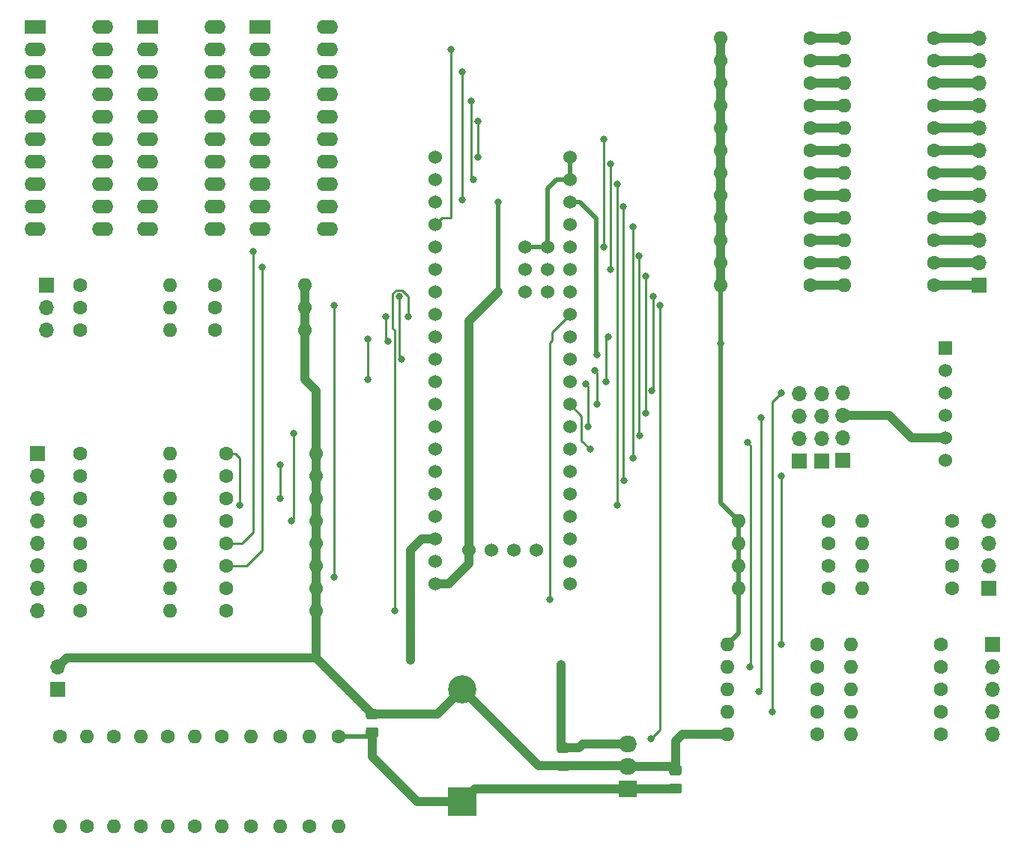
<source format=gbr>
%TF.GenerationSoftware,KiCad,Pcbnew,5.1.6-c6e7f7d~86~ubuntu16.04.1*%
%TF.CreationDate,2020-10-27T22:16:19+00:00*%
%TF.ProjectId,ppstrace1,70707374-7261-4636-9531-2e6b69636164,rev?*%
%TF.SameCoordinates,Original*%
%TF.FileFunction,Copper,L1,Top*%
%TF.FilePolarity,Positive*%
%FSLAX46Y46*%
G04 Gerber Fmt 4.6, Leading zero omitted, Abs format (unit mm)*
G04 Created by KiCad (PCBNEW 5.1.6-c6e7f7d~86~ubuntu16.04.1) date 2020-10-27 22:16:19*
%MOMM*%
%LPD*%
G01*
G04 APERTURE LIST*
%TA.AperFunction,ComponentPad*%
%ADD10O,2.400000X1.600000*%
%TD*%
%TA.AperFunction,ComponentPad*%
%ADD11R,2.400000X1.600000*%
%TD*%
%TA.AperFunction,ComponentPad*%
%ADD12O,1.600000X1.600000*%
%TD*%
%TA.AperFunction,ComponentPad*%
%ADD13C,1.600000*%
%TD*%
%TA.AperFunction,ComponentPad*%
%ADD14C,1.524000*%
%TD*%
%TA.AperFunction,ComponentPad*%
%ADD15O,2.000000X1.905000*%
%TD*%
%TA.AperFunction,ComponentPad*%
%ADD16R,2.000000X1.905000*%
%TD*%
%TA.AperFunction,ComponentPad*%
%ADD17O,1.700000X1.700000*%
%TD*%
%TA.AperFunction,ComponentPad*%
%ADD18R,1.700000X1.700000*%
%TD*%
%TA.AperFunction,ComponentPad*%
%ADD19O,3.200000X3.200000*%
%TD*%
%TA.AperFunction,ComponentPad*%
%ADD20R,3.200000X3.200000*%
%TD*%
%TA.AperFunction,ComponentPad*%
%ADD21R,1.524000X1.524000*%
%TD*%
%TA.AperFunction,ViaPad*%
%ADD22C,0.800000*%
%TD*%
%TA.AperFunction,Conductor*%
%ADD23C,1.000000*%
%TD*%
%TA.AperFunction,Conductor*%
%ADD24C,0.500000*%
%TD*%
%TA.AperFunction,Conductor*%
%ADD25C,0.250000*%
%TD*%
G04 APERTURE END LIST*
D10*
%TO.P,REF\u002A\u002A,20*%
%TO.N,N/C*%
X134620000Y-60960000D03*
%TO.P,REF\u002A\u002A,10*%
X127000000Y-83820000D03*
%TO.P,REF\u002A\u002A,19*%
X134620000Y-63500000D03*
%TO.P,REF\u002A\u002A,9*%
X127000000Y-81280000D03*
%TO.P,REF\u002A\u002A,18*%
X134620000Y-66040000D03*
%TO.P,REF\u002A\u002A,8*%
X127000000Y-78740000D03*
%TO.P,REF\u002A\u002A,17*%
X134620000Y-68580000D03*
%TO.P,REF\u002A\u002A,7*%
X127000000Y-76200000D03*
%TO.P,REF\u002A\u002A,16*%
X134620000Y-71120000D03*
%TO.P,REF\u002A\u002A,6*%
X127000000Y-73660000D03*
%TO.P,REF\u002A\u002A,15*%
X134620000Y-73660000D03*
%TO.P,REF\u002A\u002A,5*%
X127000000Y-71120000D03*
%TO.P,REF\u002A\u002A,14*%
X134620000Y-76200000D03*
%TO.P,REF\u002A\u002A,4*%
X127000000Y-68580000D03*
%TO.P,REF\u002A\u002A,13*%
X134620000Y-78740000D03*
%TO.P,REF\u002A\u002A,3*%
X127000000Y-66040000D03*
%TO.P,REF\u002A\u002A,12*%
X134620000Y-81280000D03*
%TO.P,REF\u002A\u002A,2*%
X127000000Y-63500000D03*
%TO.P,REF\u002A\u002A,11*%
X134620000Y-83820000D03*
D11*
%TO.P,REF\u002A\u002A,1*%
X127000000Y-60960000D03*
%TD*%
D10*
%TO.P,REF\u002A\u002A,20*%
%TO.N,N/C*%
X121920000Y-60960000D03*
%TO.P,REF\u002A\u002A,10*%
X114300000Y-83820000D03*
%TO.P,REF\u002A\u002A,19*%
X121920000Y-63500000D03*
%TO.P,REF\u002A\u002A,9*%
X114300000Y-81280000D03*
%TO.P,REF\u002A\u002A,18*%
X121920000Y-66040000D03*
%TO.P,REF\u002A\u002A,8*%
X114300000Y-78740000D03*
%TO.P,REF\u002A\u002A,17*%
X121920000Y-68580000D03*
%TO.P,REF\u002A\u002A,7*%
X114300000Y-76200000D03*
%TO.P,REF\u002A\u002A,16*%
X121920000Y-71120000D03*
%TO.P,REF\u002A\u002A,6*%
X114300000Y-73660000D03*
%TO.P,REF\u002A\u002A,15*%
X121920000Y-73660000D03*
%TO.P,REF\u002A\u002A,5*%
X114300000Y-71120000D03*
%TO.P,REF\u002A\u002A,14*%
X121920000Y-76200000D03*
%TO.P,REF\u002A\u002A,4*%
X114300000Y-68580000D03*
%TO.P,REF\u002A\u002A,13*%
X121920000Y-78740000D03*
%TO.P,REF\u002A\u002A,3*%
X114300000Y-66040000D03*
%TO.P,REF\u002A\u002A,12*%
X121920000Y-81280000D03*
%TO.P,REF\u002A\u002A,2*%
X114300000Y-63500000D03*
%TO.P,REF\u002A\u002A,11*%
X121920000Y-83820000D03*
D11*
%TO.P,REF\u002A\u002A,1*%
X114300000Y-60960000D03*
%TD*%
D10*
%TO.P,REF\u002A\u002A,20*%
%TO.N,N/C*%
X109220000Y-60960000D03*
%TO.P,REF\u002A\u002A,10*%
X101600000Y-83820000D03*
%TO.P,REF\u002A\u002A,19*%
X109220000Y-63500000D03*
%TO.P,REF\u002A\u002A,9*%
X101600000Y-81280000D03*
%TO.P,REF\u002A\u002A,18*%
X109220000Y-66040000D03*
%TO.P,REF\u002A\u002A,8*%
X101600000Y-78740000D03*
%TO.P,REF\u002A\u002A,17*%
X109220000Y-68580000D03*
%TO.P,REF\u002A\u002A,7*%
X101600000Y-76200000D03*
%TO.P,REF\u002A\u002A,16*%
X109220000Y-71120000D03*
%TO.P,REF\u002A\u002A,6*%
X101600000Y-73660000D03*
%TO.P,REF\u002A\u002A,15*%
X109220000Y-73660000D03*
%TO.P,REF\u002A\u002A,5*%
X101600000Y-71120000D03*
%TO.P,REF\u002A\u002A,14*%
X109220000Y-76200000D03*
%TO.P,REF\u002A\u002A,4*%
X101600000Y-68580000D03*
%TO.P,REF\u002A\u002A,13*%
X109220000Y-78740000D03*
%TO.P,REF\u002A\u002A,3*%
X101600000Y-66040000D03*
%TO.P,REF\u002A\u002A,12*%
X109220000Y-81280000D03*
%TO.P,REF\u002A\u002A,2*%
X101600000Y-63500000D03*
%TO.P,REF\u002A\u002A,11*%
X109220000Y-83820000D03*
D11*
%TO.P,REF\u002A\u002A,1*%
X101600000Y-60960000D03*
%TD*%
D12*
%TO.P,R75,2*%
%TO.N,GND*%
X132080000Y-90170000D03*
D13*
%TO.P,R75,1*%
%TO.N,ICLKA*%
X121920000Y-90170000D03*
%TD*%
D12*
%TO.P,R74,2*%
%TO.N,ICLKA*%
X116840000Y-90170000D03*
D13*
%TO.P,R74,1*%
%TO.N,CLKA*%
X106680000Y-90170000D03*
%TD*%
D12*
%TO.P,R73,2*%
%TO.N,GND*%
X179832000Y-140970000D03*
D13*
%TO.P,R73,1*%
%TO.N,IX5*%
X189992000Y-140970000D03*
%TD*%
D12*
%TO.P,R72,2*%
%TO.N,IX5*%
X193802000Y-140970000D03*
D13*
%TO.P,R72,1*%
%TO.N,X5*%
X203962000Y-140970000D03*
%TD*%
D12*
%TO.P,R71,2*%
%TO.N,GND*%
X132080000Y-92710000D03*
D13*
%TO.P,R71,1*%
%TO.N,ICLKB*%
X121920000Y-92710000D03*
%TD*%
D12*
%TO.P,R70,2*%
%TO.N,ICLKB*%
X116840000Y-92710000D03*
D13*
%TO.P,R70,1*%
%TO.N,CLKB*%
X106680000Y-92710000D03*
%TD*%
D12*
%TO.P,R69,2*%
%TO.N,GND*%
X179832000Y-138430000D03*
D13*
%TO.P,R69,1*%
%TO.N,IX4*%
X189992000Y-138430000D03*
%TD*%
D12*
%TO.P,R68,2*%
%TO.N,IX4*%
X193802000Y-138430000D03*
D13*
%TO.P,R68,1*%
%TO.N,X4*%
X203962000Y-138430000D03*
%TD*%
D12*
%TO.P,R67,2*%
%TO.N,GND*%
X179832000Y-135890000D03*
D13*
%TO.P,R67,1*%
%TO.N,IX3*%
X189992000Y-135890000D03*
%TD*%
D12*
%TO.P,R66,2*%
%TO.N,IX3*%
X193802000Y-135890000D03*
D13*
%TO.P,R66,1*%
%TO.N,X3*%
X203962000Y-135890000D03*
%TD*%
D12*
%TO.P,R65,2*%
%TO.N,GND*%
X179832000Y-133350000D03*
D13*
%TO.P,R65,1*%
%TO.N,IX2*%
X189992000Y-133350000D03*
%TD*%
D12*
%TO.P,R64,2*%
%TO.N,IX2*%
X193802000Y-133350000D03*
D13*
%TO.P,R64,1*%
%TO.N,X2*%
X203962000Y-133350000D03*
%TD*%
D12*
%TO.P,R63,2*%
%TO.N,GND*%
X132080000Y-95250000D03*
D13*
%TO.P,R63,1*%
%TO.N,IWIO*%
X121920000Y-95250000D03*
%TD*%
D12*
%TO.P,R62,2*%
%TO.N,IWIO*%
X116840000Y-95250000D03*
D13*
%TO.P,R62,1*%
%TO.N,WIO*%
X106680000Y-95250000D03*
%TD*%
D12*
%TO.P,R61,2*%
%TO.N,GND*%
X179832000Y-130810000D03*
D13*
%TO.P,R61,1*%
%TO.N,IX1*%
X189992000Y-130810000D03*
%TD*%
D12*
%TO.P,R60,2*%
%TO.N,IX1*%
X193802000Y-130810000D03*
D13*
%TO.P,R60,1*%
%TO.N,X1*%
X203962000Y-130810000D03*
%TD*%
D12*
%TO.P,R59,2*%
%TO.N,GND*%
X181102000Y-116840000D03*
D13*
%TO.P,R59,1*%
%TO.N,IDO4*%
X191262000Y-116840000D03*
%TD*%
D12*
%TO.P,R58,2*%
%TO.N,IDO4*%
X195072000Y-116840000D03*
D13*
%TO.P,R58,1*%
%TO.N,DO4*%
X205232000Y-116840000D03*
%TD*%
D12*
%TO.P,R57,2*%
%TO.N,GND*%
X181102000Y-119380000D03*
D13*
%TO.P,R57,1*%
%TO.N,IDO3*%
X191262000Y-119380000D03*
%TD*%
D12*
%TO.P,R56,2*%
%TO.N,IDO3*%
X195072000Y-119380000D03*
D13*
%TO.P,R56,1*%
%TO.N,DO3*%
X205232000Y-119380000D03*
%TD*%
D12*
%TO.P,R55,2*%
%TO.N,GND*%
X181102000Y-121920000D03*
D13*
%TO.P,R55,1*%
%TO.N,IDO2*%
X191262000Y-121920000D03*
%TD*%
D12*
%TO.P,R54,2*%
%TO.N,IDO2*%
X195072000Y-121920000D03*
D13*
%TO.P,R54,1*%
%TO.N,DO2*%
X205232000Y-121920000D03*
%TD*%
D12*
%TO.P,R53,2*%
%TO.N,GND*%
X181102000Y-124460000D03*
D13*
%TO.P,R53,1*%
%TO.N,IDO1*%
X191262000Y-124460000D03*
%TD*%
D12*
%TO.P,R52,2*%
%TO.N,IDO1*%
X195072000Y-124460000D03*
D13*
%TO.P,R52,1*%
%TO.N,DO1*%
X205232000Y-124460000D03*
%TD*%
D12*
%TO.P,R51,2*%
%TO.N,GND*%
X133350000Y-127000000D03*
D13*
%TO.P,R51,1*%
%TO.N,ID8*%
X123190000Y-127000000D03*
%TD*%
D12*
%TO.P,R50,2*%
%TO.N,ID8*%
X116840000Y-127000000D03*
D13*
%TO.P,R50,1*%
%TO.N,D8*%
X106680000Y-127000000D03*
%TD*%
D12*
%TO.P,R49,2*%
%TO.N,GND*%
X133350000Y-119380000D03*
D13*
%TO.P,R49,1*%
%TO.N,ID5*%
X123190000Y-119380000D03*
%TD*%
D12*
%TO.P,R48,2*%
%TO.N,ID5*%
X116840000Y-119380000D03*
D13*
%TO.P,R48,1*%
%TO.N,D5*%
X106680000Y-119380000D03*
%TD*%
D12*
%TO.P,R47,2*%
%TO.N,GND*%
X133350000Y-116840000D03*
D13*
%TO.P,R47,1*%
%TO.N,ID4*%
X123190000Y-116840000D03*
%TD*%
D12*
%TO.P,R46,2*%
%TO.N,ID4*%
X116840000Y-116840000D03*
D13*
%TO.P,R46,1*%
%TO.N,D4*%
X106680000Y-116840000D03*
%TD*%
D12*
%TO.P,R45,2*%
%TO.N,GND*%
X133350000Y-124460000D03*
D13*
%TO.P,R45,1*%
%TO.N,ID7*%
X123190000Y-124460000D03*
%TD*%
D12*
%TO.P,R44,2*%
%TO.N,ID7*%
X116840000Y-124460000D03*
D13*
%TO.P,R44,1*%
%TO.N,D7*%
X106680000Y-124460000D03*
%TD*%
D12*
%TO.P,R43,2*%
%TO.N,GND*%
X133350000Y-121920000D03*
D13*
%TO.P,R43,1*%
%TO.N,ID6*%
X123190000Y-121920000D03*
%TD*%
D12*
%TO.P,R42,2*%
%TO.N,ID6*%
X116840000Y-121920000D03*
D13*
%TO.P,R42,1*%
%TO.N,D6*%
X106680000Y-121920000D03*
%TD*%
D12*
%TO.P,R41,2*%
%TO.N,GND*%
X133350000Y-114300000D03*
D13*
%TO.P,R41,1*%
%TO.N,ID3*%
X123190000Y-114300000D03*
%TD*%
D12*
%TO.P,R40,2*%
%TO.N,ID3*%
X116840000Y-114300000D03*
D13*
%TO.P,R40,1*%
%TO.N,D3*%
X106680000Y-114300000D03*
%TD*%
D12*
%TO.P,R39,2*%
%TO.N,GND*%
X133350000Y-109220000D03*
D13*
%TO.P,R39,1*%
%TO.N,ID1*%
X123190000Y-109220000D03*
%TD*%
D12*
%TO.P,R38,2*%
%TO.N,ID1*%
X116840000Y-109220000D03*
D13*
%TO.P,R38,1*%
%TO.N,D1*%
X106680000Y-109220000D03*
%TD*%
D12*
%TO.P,R37,2*%
%TO.N,GND*%
X179070000Y-62230000D03*
D13*
%TO.P,R37,1*%
%TO.N,IA12*%
X189230000Y-62230000D03*
%TD*%
D12*
%TO.P,R36,2*%
%TO.N,IA12*%
X193040000Y-62230000D03*
D13*
%TO.P,R36,1*%
%TO.N,A12*%
X203200000Y-62230000D03*
%TD*%
D12*
%TO.P,R35,2*%
%TO.N,GND*%
X179070000Y-64770000D03*
D13*
%TO.P,R35,1*%
%TO.N,IA11*%
X189230000Y-64770000D03*
%TD*%
D12*
%TO.P,R34,2*%
%TO.N,IA11*%
X193040000Y-64770000D03*
D13*
%TO.P,R34,1*%
%TO.N,A11*%
X203200000Y-64770000D03*
%TD*%
D12*
%TO.P,R33,2*%
%TO.N,GND*%
X133350000Y-111760000D03*
D13*
%TO.P,R33,1*%
%TO.N,ID2*%
X123190000Y-111760000D03*
%TD*%
D12*
%TO.P,R32,2*%
%TO.N,ID2*%
X116840000Y-111760000D03*
D13*
%TO.P,R32,1*%
%TO.N,D2*%
X106680000Y-111760000D03*
%TD*%
D12*
%TO.P,R31,2*%
%TO.N,GND*%
X179070000Y-67310000D03*
D13*
%TO.P,R31,1*%
%TO.N,IA10*%
X189230000Y-67310000D03*
%TD*%
D12*
%TO.P,R30,2*%
%TO.N,IA10*%
X193040000Y-67310000D03*
D13*
%TO.P,R30,1*%
%TO.N,A10*%
X203200000Y-67310000D03*
%TD*%
D12*
%TO.P,R29,2*%
%TO.N,GND*%
X179070000Y-69850000D03*
D13*
%TO.P,R29,1*%
%TO.N,IA9*%
X189230000Y-69850000D03*
%TD*%
D12*
%TO.P,R28,2*%
%TO.N,IA9*%
X193040000Y-69850000D03*
D13*
%TO.P,R28,1*%
%TO.N,A9*%
X203200000Y-69850000D03*
%TD*%
D12*
%TO.P,R27,2*%
%TO.N,GND*%
X179070000Y-72390000D03*
D13*
%TO.P,R27,1*%
%TO.N,IA8*%
X189230000Y-72390000D03*
%TD*%
D12*
%TO.P,R26,2*%
%TO.N,IA8*%
X193040000Y-72390000D03*
D13*
%TO.P,R26,1*%
%TO.N,A8*%
X203200000Y-72390000D03*
%TD*%
D12*
%TO.P,R25,2*%
%TO.N,GND*%
X179070000Y-74930000D03*
D13*
%TO.P,R25,1*%
%TO.N,IA7*%
X189230000Y-74930000D03*
%TD*%
D12*
%TO.P,R24,2*%
%TO.N,IA7*%
X193040000Y-74930000D03*
D13*
%TO.P,R24,1*%
%TO.N,A7*%
X203200000Y-74930000D03*
%TD*%
D12*
%TO.P,R23,2*%
%TO.N,GND*%
X179070000Y-77470000D03*
D13*
%TO.P,R23,1*%
%TO.N,IA6*%
X189230000Y-77470000D03*
%TD*%
D12*
%TO.P,R22,2*%
%TO.N,IA6*%
X193040000Y-77470000D03*
D13*
%TO.P,R22,1*%
%TO.N,A6*%
X203200000Y-77470000D03*
%TD*%
D12*
%TO.P,R21,2*%
%TO.N,GND*%
X179070000Y-80010000D03*
D13*
%TO.P,R21,1*%
%TO.N,IA5*%
X189230000Y-80010000D03*
%TD*%
D12*
%TO.P,R20,2*%
%TO.N,IA5*%
X193040000Y-80010000D03*
D13*
%TO.P,R20,1*%
%TO.N,A5*%
X203200000Y-80010000D03*
%TD*%
D12*
%TO.P,R19,2*%
%TO.N,GND*%
X179070000Y-82550000D03*
D13*
%TO.P,R19,1*%
%TO.N,IA4*%
X189230000Y-82550000D03*
%TD*%
D12*
%TO.P,R18,2*%
%TO.N,IA4*%
X193040000Y-82550000D03*
D13*
%TO.P,R18,1*%
%TO.N,A4*%
X203200000Y-82550000D03*
%TD*%
D12*
%TO.P,R17,2*%
%TO.N,GND*%
X179070000Y-85090000D03*
D13*
%TO.P,R17,1*%
%TO.N,IA3*%
X189230000Y-85090000D03*
%TD*%
D12*
%TO.P,R16,2*%
%TO.N,IA3*%
X193040000Y-85090000D03*
D13*
%TO.P,R16,1*%
%TO.N,A3*%
X203200000Y-85090000D03*
%TD*%
D12*
%TO.P,R15,2*%
%TO.N,GND*%
X179070000Y-87630000D03*
D13*
%TO.P,R15,1*%
%TO.N,IA2*%
X189230000Y-87630000D03*
%TD*%
D12*
%TO.P,R14,2*%
%TO.N,IA2*%
X193040000Y-87630000D03*
D13*
%TO.P,R14,1*%
%TO.N,A2*%
X203200000Y-87630000D03*
%TD*%
D12*
%TO.P,R13,2*%
%TO.N,GND*%
X179070000Y-90170000D03*
D13*
%TO.P,R13,1*%
%TO.N,IA1*%
X189230000Y-90170000D03*
%TD*%
D12*
%TO.P,R12,2*%
%TO.N,IA1*%
X193040000Y-90170000D03*
D13*
%TO.P,R12,1*%
%TO.N,A1*%
X203200000Y-90170000D03*
%TD*%
D12*
%TO.P,R10,2*%
%TO.N,Net-(R10-Pad2)*%
X132588000Y-141224000D03*
D13*
%TO.P,R10,1*%
%TO.N,Net-(R10-Pad1)*%
X132588000Y-151384000D03*
%TD*%
D12*
%TO.P,R9,2*%
%TO.N,Net-(R8-Pad1)*%
X129286000Y-151384000D03*
D13*
%TO.P,R9,1*%
%TO.N,Net-(R10-Pad2)*%
X129286000Y-141224000D03*
%TD*%
D12*
%TO.P,R8,2*%
%TO.N,Net-(R7-Pad1)*%
X125984000Y-141224000D03*
D13*
%TO.P,R8,1*%
%TO.N,Net-(R8-Pad1)*%
X125984000Y-151384000D03*
%TD*%
D12*
%TO.P,R7,2*%
%TO.N,Net-(R6-Pad1)*%
X122682000Y-151384000D03*
D13*
%TO.P,R7,1*%
%TO.N,Net-(R7-Pad1)*%
X122682000Y-141224000D03*
%TD*%
D12*
%TO.P,R6,2*%
%TO.N,Net-(R5-Pad1)*%
X119634000Y-141224000D03*
D13*
%TO.P,R6,1*%
%TO.N,Net-(R6-Pad1)*%
X119634000Y-151384000D03*
%TD*%
D12*
%TO.P,R5,2*%
%TO.N,Net-(R4-Pad1)*%
X116586000Y-151384000D03*
D13*
%TO.P,R5,1*%
%TO.N,Net-(R5-Pad1)*%
X116586000Y-141224000D03*
%TD*%
D12*
%TO.P,R4,2*%
%TO.N,Net-(R3-Pad1)*%
X113538000Y-141224000D03*
D13*
%TO.P,R4,1*%
%TO.N,Net-(R4-Pad1)*%
X113538000Y-151384000D03*
%TD*%
D12*
%TO.P,R3,2*%
%TO.N,Net-(R2-Pad1)*%
X110490000Y-151384000D03*
D13*
%TO.P,R3,1*%
%TO.N,Net-(R3-Pad1)*%
X110490000Y-141224000D03*
%TD*%
D12*
%TO.P,R11,2*%
%TO.N,Net-(R10-Pad1)*%
X135890000Y-151384000D03*
D13*
%TO.P,R11,1*%
%TO.N,Net-(C1-Pad1)*%
X135890000Y-141224000D03*
%TD*%
D12*
%TO.P,R2,2*%
%TO.N,Net-(R1-Pad1)*%
X107442000Y-141224000D03*
D13*
%TO.P,R2,1*%
%TO.N,Net-(R2-Pad1)*%
X107442000Y-151384000D03*
%TD*%
D12*
%TO.P,R1,2*%
%TO.N,Net-(J1-Pad1)*%
X104394000Y-151384000D03*
D13*
%TO.P,R1,1*%
%TO.N,Net-(R1-Pad1)*%
X104394000Y-141224000D03*
%TD*%
D14*
%TO.P,U1,5V*%
%TO.N,+5V*%
X146812000Y-118872000D03*
%TO.P,U1,3V3*%
%TO.N,+3V3*%
X156972000Y-90932000D03*
%TO.P,U1,PB2*%
%TO.N,N/C*%
X156972000Y-88392000D03*
%TO.P,U1,G*%
%TO.N,GND*%
X156972000Y-85852000D03*
%TO.P,U1,3V3*%
%TO.N,+3V3*%
X159512000Y-90932000D03*
%TO.P,U1,BOOT*%
%TO.N,N/C*%
X159512000Y-88392000D03*
%TO.P,U1,G*%
%TO.N,GND*%
X159512000Y-85852000D03*
X158242000Y-120142000D03*
%TO.P,U1,PA14*%
%TO.N,N/C*%
X155702000Y-120142000D03*
%TO.P,U1,PA13*%
X153162000Y-120142000D03*
%TO.P,U1,3V3*%
%TO.N,+3V3*%
X150622000Y-120142000D03*
%TO.P,U1,G*%
%TO.N,GND*%
X162052000Y-75692000D03*
X162052000Y-78232000D03*
%TO.P,U1,3V3*%
%TO.N,+3V3*%
X162052000Y-80772000D03*
%TO.P,U1,NRST*%
%TO.N,N/C*%
X162052000Y-83312000D03*
%TO.P,U1,PB11*%
%TO.N,IA8*%
X162052000Y-85852000D03*
%TO.P,U1,PB10*%
%TO.N,IA7*%
X162052000Y-88392000D03*
%TO.P,U1,PB1*%
%TO.N,IX5*%
X162052000Y-90932000D03*
%TO.P,U1,PB0*%
%TO.N,IDO1*%
X162052000Y-93472000D03*
%TO.P,U1,PA7*%
%TO.N,Net-(J9-Pad4)*%
X162052000Y-96012000D03*
%TO.P,U1,PA6*%
%TO.N,Net-(J9-Pad3)*%
X162052000Y-98552000D03*
%TO.P,U1,PA5*%
%TO.N,Net-(J9-Pad2)*%
X162052000Y-101092000D03*
%TO.P,U1,PA4*%
%TO.N,Net-(J9-Pad1)*%
X162052000Y-103632000D03*
%TO.P,U1,PA3*%
%TO.N,ID4*%
X162052000Y-106172000D03*
%TO.P,U1,PA2*%
%TO.N,ID3*%
X162052000Y-108712000D03*
%TO.P,U1,PA1*%
%TO.N,ID2*%
X162052000Y-111252000D03*
%TO.P,U1,PA0*%
%TO.N,ID1*%
X162052000Y-113792000D03*
%TO.P,U1,PC15*%
%TO.N,IDO4*%
X162052000Y-116332000D03*
%TO.P,U1,PC14*%
%TO.N,IDO3*%
X162052000Y-118872000D03*
%TO.P,U1,PC13*%
%TO.N,IDO2*%
X162052000Y-121412000D03*
%TO.P,U1,VBAT*%
%TO.N,N/C*%
X162052000Y-123952000D03*
%TO.P,U1,3V3*%
%TO.N,+3V3*%
X146812000Y-123952000D03*
%TO.P,U1,G*%
%TO.N,GND*%
X146812000Y-121412000D03*
%TO.P,U1,PB9*%
%TO.N,IA6*%
X146812000Y-116332000D03*
%TO.P,U1,PB8*%
%TO.N,IA5*%
X146812000Y-113792000D03*
%TO.P,U1,PB7*%
%TO.N,IA4*%
X146812000Y-111252000D03*
%TO.P,U1,PB6*%
%TO.N,IA3*%
X146812000Y-108712000D03*
%TO.P,U1,PB5*%
%TO.N,IA2*%
X146812000Y-106172000D03*
%TO.P,U1,PB4*%
%TO.N,IA1*%
X146812000Y-103632000D03*
%TO.P,U1,PB3*%
%TO.N,IWIO*%
X146812000Y-101092000D03*
%TO.P,U1,PA15*%
%TO.N,ICLKA*%
X146812000Y-98552000D03*
%TO.P,U1,PA12*%
%TO.N,ICLKB*%
X146812000Y-96012000D03*
%TO.P,U1,PA11*%
%TO.N,ID8*%
X146812000Y-93472000D03*
%TO.P,U1,PA10*%
%TO.N,ID7*%
X146812000Y-90932000D03*
%TO.P,U1,PA9*%
%TO.N,ID6*%
X146812000Y-88392000D03*
%TO.P,U1,PA8*%
%TO.N,ID5*%
X146812000Y-85852000D03*
%TO.P,U1,PB15*%
%TO.N,IA12*%
X146812000Y-83312000D03*
%TO.P,U1,PB14*%
%TO.N,IA11*%
X146812000Y-80772000D03*
%TO.P,U1,PB13*%
%TO.N,IA10*%
X146812000Y-78232000D03*
%TO.P,U1,PB12*%
%TO.N,IA9*%
X146812000Y-75692000D03*
%TD*%
D15*
%TO.P,U2,3*%
%TO.N,+5V*%
X168605200Y-142011400D03*
%TO.P,U2,2*%
%TO.N,GND*%
X168605200Y-144551400D03*
D16*
%TO.P,U2,1*%
%TO.N,Net-(C1-Pad1)*%
X168605200Y-147091400D03*
%TD*%
D17*
%TO.P,J9,4*%
%TO.N,Net-(J9-Pad4)*%
X190500000Y-102438200D03*
%TO.P,J9,3*%
%TO.N,Net-(J9-Pad3)*%
X190500000Y-104978200D03*
%TO.P,J9,2*%
%TO.N,Net-(J9-Pad2)*%
X190500000Y-107518200D03*
D18*
%TO.P,J9,1*%
%TO.N,Net-(J9-Pad1)*%
X190500000Y-110058200D03*
%TD*%
D17*
%TO.P,J8,4*%
%TO.N,Net-(A1-Pad3)*%
X192913000Y-102362000D03*
%TO.P,J8,3*%
%TO.N,Net-(A1-Pad5)*%
X192913000Y-104902000D03*
%TO.P,J8,2*%
%TO.N,Net-(A1-Pad4)*%
X192913000Y-107442000D03*
D18*
%TO.P,J8,1*%
%TO.N,Net-(A1-Pad6)*%
X192913000Y-109982000D03*
%TD*%
D17*
%TO.P,J7,4*%
%TO.N,IX4*%
X187960000Y-102438200D03*
%TO.P,J7,3*%
%TO.N,IX3*%
X187960000Y-104978200D03*
%TO.P,J7,2*%
%TO.N,IX2*%
X187960000Y-107518200D03*
D18*
%TO.P,J7,1*%
%TO.N,IX1*%
X187960000Y-110058200D03*
%TD*%
D17*
%TO.P,J6,5*%
%TO.N,X5*%
X209804000Y-140970000D03*
%TO.P,J6,4*%
%TO.N,X4*%
X209804000Y-138430000D03*
%TO.P,J6,3*%
%TO.N,X3*%
X209804000Y-135890000D03*
%TO.P,J6,2*%
%TO.N,X2*%
X209804000Y-133350000D03*
D18*
%TO.P,J6,1*%
%TO.N,X1*%
X209804000Y-130810000D03*
%TD*%
D17*
%TO.P,J5,3*%
%TO.N,WIO*%
X102870000Y-95250000D03*
%TO.P,J5,2*%
%TO.N,CLKB*%
X102870000Y-92710000D03*
D18*
%TO.P,J5,1*%
%TO.N,CLKA*%
X102870000Y-90170000D03*
%TD*%
D17*
%TO.P,J4,4*%
%TO.N,DO4*%
X209397600Y-116840000D03*
%TO.P,J4,3*%
%TO.N,DO3*%
X209397600Y-119380000D03*
%TO.P,J4,2*%
%TO.N,DO2*%
X209397600Y-121920000D03*
D18*
%TO.P,J4,1*%
%TO.N,DO1*%
X209397600Y-124460000D03*
%TD*%
D17*
%TO.P,J1,2*%
%TO.N,GND*%
X104140000Y-133350000D03*
D18*
%TO.P,J1,1*%
%TO.N,Net-(J1-Pad1)*%
X104140000Y-135890000D03*
%TD*%
D17*
%TO.P,J3,12*%
%TO.N,A12*%
X208280000Y-62230000D03*
%TO.P,J3,11*%
%TO.N,A11*%
X208280000Y-64770000D03*
%TO.P,J3,10*%
%TO.N,A10*%
X208280000Y-67310000D03*
%TO.P,J3,9*%
%TO.N,A9*%
X208280000Y-69850000D03*
%TO.P,J3,8*%
%TO.N,A8*%
X208280000Y-72390000D03*
%TO.P,J3,7*%
%TO.N,A7*%
X208280000Y-74930000D03*
%TO.P,J3,6*%
%TO.N,A6*%
X208280000Y-77470000D03*
%TO.P,J3,5*%
%TO.N,A5*%
X208280000Y-80010000D03*
%TO.P,J3,4*%
%TO.N,A4*%
X208280000Y-82550000D03*
%TO.P,J3,3*%
%TO.N,A3*%
X208280000Y-85090000D03*
%TO.P,J3,2*%
%TO.N,A2*%
X208280000Y-87630000D03*
D18*
%TO.P,J3,1*%
%TO.N,A1*%
X208280000Y-90170000D03*
%TD*%
D17*
%TO.P,J2,8*%
%TO.N,D8*%
X101879400Y-127000000D03*
%TO.P,J2,7*%
%TO.N,D7*%
X101879400Y-124460000D03*
%TO.P,J2,6*%
%TO.N,D6*%
X101879400Y-121920000D03*
%TO.P,J2,5*%
%TO.N,D5*%
X101879400Y-119380000D03*
%TO.P,J2,4*%
%TO.N,D4*%
X101879400Y-116840000D03*
%TO.P,J2,3*%
%TO.N,D3*%
X101879400Y-114300000D03*
%TO.P,J2,2*%
%TO.N,D2*%
X101879400Y-111760000D03*
D18*
%TO.P,J2,1*%
%TO.N,D1*%
X101879400Y-109220000D03*
%TD*%
D19*
%TO.P,D1,2*%
%TO.N,GND*%
X149860000Y-135890000D03*
D20*
%TO.P,D1,1*%
%TO.N,Net-(C1-Pad1)*%
X149860000Y-148590000D03*
%TD*%
%TO.P,C3,2*%
%TO.N,GND*%
%TA.AperFunction,SMDPad,CuDef*%
G36*
G01*
X160839999Y-143960000D02*
X161740001Y-143960000D01*
G75*
G02*
X161990000Y-144209999I0J-249999D01*
G01*
X161990000Y-144860001D01*
G75*
G02*
X161740001Y-145110000I-249999J0D01*
G01*
X160839999Y-145110000D01*
G75*
G02*
X160590000Y-144860001I0J249999D01*
G01*
X160590000Y-144209999D01*
G75*
G02*
X160839999Y-143960000I249999J0D01*
G01*
G37*
%TD.AperFunction*%
%TO.P,C3,1*%
%TO.N,+5V*%
%TA.AperFunction,SMDPad,CuDef*%
G36*
G01*
X160839999Y-141910000D02*
X161740001Y-141910000D01*
G75*
G02*
X161990000Y-142159999I0J-249999D01*
G01*
X161990000Y-142810001D01*
G75*
G02*
X161740001Y-143060000I-249999J0D01*
G01*
X160839999Y-143060000D01*
G75*
G02*
X160590000Y-142810001I0J249999D01*
G01*
X160590000Y-142159999D01*
G75*
G02*
X160839999Y-141910000I249999J0D01*
G01*
G37*
%TD.AperFunction*%
%TD*%
%TO.P,C2,2*%
%TO.N,GND*%
%TA.AperFunction,SMDPad,CuDef*%
G36*
G01*
X174440001Y-145600000D02*
X173539999Y-145600000D01*
G75*
G02*
X173290000Y-145350001I0J249999D01*
G01*
X173290000Y-144699999D01*
G75*
G02*
X173539999Y-144450000I249999J0D01*
G01*
X174440001Y-144450000D01*
G75*
G02*
X174690000Y-144699999I0J-249999D01*
G01*
X174690000Y-145350001D01*
G75*
G02*
X174440001Y-145600000I-249999J0D01*
G01*
G37*
%TD.AperFunction*%
%TO.P,C2,1*%
%TO.N,Net-(C1-Pad1)*%
%TA.AperFunction,SMDPad,CuDef*%
G36*
G01*
X174440001Y-147650000D02*
X173539999Y-147650000D01*
G75*
G02*
X173290000Y-147400001I0J249999D01*
G01*
X173290000Y-146749999D01*
G75*
G02*
X173539999Y-146500000I249999J0D01*
G01*
X174440001Y-146500000D01*
G75*
G02*
X174690000Y-146749999I0J-249999D01*
G01*
X174690000Y-147400001D01*
G75*
G02*
X174440001Y-147650000I-249999J0D01*
G01*
G37*
%TD.AperFunction*%
%TD*%
%TO.P,C1,2*%
%TO.N,GND*%
%TA.AperFunction,SMDPad,CuDef*%
G36*
G01*
X140150001Y-139250000D02*
X139249999Y-139250000D01*
G75*
G02*
X139000000Y-139000001I0J249999D01*
G01*
X139000000Y-138349999D01*
G75*
G02*
X139249999Y-138100000I249999J0D01*
G01*
X140150001Y-138100000D01*
G75*
G02*
X140400000Y-138349999I0J-249999D01*
G01*
X140400000Y-139000001D01*
G75*
G02*
X140150001Y-139250000I-249999J0D01*
G01*
G37*
%TD.AperFunction*%
%TO.P,C1,1*%
%TO.N,Net-(C1-Pad1)*%
%TA.AperFunction,SMDPad,CuDef*%
G36*
G01*
X140150001Y-141300000D02*
X139249999Y-141300000D01*
G75*
G02*
X139000000Y-141050001I0J249999D01*
G01*
X139000000Y-140399999D01*
G75*
G02*
X139249999Y-140150000I249999J0D01*
G01*
X140150001Y-140150000D01*
G75*
G02*
X140400000Y-140399999I0J-249999D01*
G01*
X140400000Y-141050001D01*
G75*
G02*
X140150001Y-141300000I-249999J0D01*
G01*
G37*
%TD.AperFunction*%
%TD*%
D14*
%TO.P,A1,6*%
%TO.N,Net-(A1-Pad6)*%
X204470000Y-109982000D03*
%TO.P,A1,5*%
%TO.N,Net-(A1-Pad5)*%
X204470000Y-107442000D03*
%TO.P,A1,4*%
%TO.N,Net-(A1-Pad4)*%
X204470000Y-104902000D03*
%TO.P,A1,3*%
%TO.N,Net-(A1-Pad3)*%
X204470000Y-102362000D03*
%TO.P,A1,2*%
%TO.N,+3V3*%
X204470000Y-99822000D03*
D21*
%TO.P,A1,1*%
%TO.N,GND*%
X204470000Y-97282000D03*
%TD*%
D22*
%TO.N,+3V3*%
X153924000Y-80772000D03*
X153924000Y-90932000D03*
X165100000Y-98044000D03*
%TO.N,GND*%
X179070000Y-96774000D03*
%TO.N,+5V*%
X144018000Y-132588000D03*
X161036000Y-133096000D03*
%TO.N,IX4*%
X185928000Y-102362000D03*
X184912000Y-138430000D03*
%TO.N,IX3*%
X183642000Y-105156000D03*
X183388000Y-136144000D03*
%TO.N,IX2*%
X182118000Y-107950000D03*
X182372000Y-133350000D03*
%TO.N,IX1*%
X185928000Y-111760000D03*
X185928000Y-130810000D03*
%TO.N,Net-(J9-Pad4)*%
X166116000Y-101092000D03*
X166370000Y-96012000D03*
%TO.N,Net-(J9-Pad3)*%
X165100000Y-103632000D03*
X164846000Y-99822000D03*
%TO.N,Net-(J9-Pad2)*%
X164084000Y-106172000D03*
X163830000Y-101346000D03*
%TO.N,Net-(J9-Pad1)*%
X164338000Y-108712000D03*
%TO.N,IA1*%
X171450000Y-91440000D03*
X171339000Y-102108000D03*
%TO.N,IA2*%
X170614000Y-89154000D03*
X170614000Y-104648000D03*
%TO.N,IA3*%
X169889000Y-86868000D03*
X169926000Y-107188000D03*
%TO.N,IA4*%
X169164000Y-83566000D03*
X169164000Y-109728000D03*
%TO.N,IA5*%
X168111000Y-81280000D03*
X168148000Y-112268000D03*
%TO.N,IA6*%
X167386000Y-78740000D03*
X167386000Y-115062000D03*
%TO.N,IA7*%
X166624000Y-76454000D03*
X166624000Y-88392000D03*
%TO.N,IA8*%
X165862000Y-73660000D03*
X165862000Y-85852000D03*
%TO.N,IA9*%
X151638000Y-71628000D03*
X151638000Y-75692000D03*
%TO.N,IA10*%
X150876000Y-69342000D03*
X151130000Y-78232000D03*
%TO.N,IA11*%
X149860000Y-66040000D03*
X149860000Y-80518000D03*
%TO.N,IA12*%
X148590000Y-63500000D03*
%TO.N,ID1*%
X124714000Y-115062000D03*
%TO.N,ID3*%
X129286000Y-110490000D03*
X129286000Y-114300000D03*
%TO.N,ID6*%
X127254000Y-88138000D03*
%TO.N,ID7*%
X135382000Y-92456000D03*
X135382000Y-123190000D03*
%TO.N,ID4*%
X130810000Y-106934000D03*
X130556000Y-116840000D03*
%TO.N,ID5*%
X126238000Y-86360000D03*
%TO.N,ID8*%
X143764000Y-93726000D03*
X142240000Y-127000000D03*
%TO.N,IDO1*%
X159766000Y-125730000D03*
%TO.N,IWIO*%
X139192000Y-96266000D03*
X139192000Y-100838000D03*
%TO.N,ICLKB*%
X141224000Y-93726000D03*
X141478000Y-96520000D03*
%TO.N,IX5*%
X171196000Y-141478000D03*
X172212000Y-92456000D03*
%TO.N,ICLKA*%
X142748000Y-91440000D03*
X143002000Y-98552000D03*
%TD*%
D23*
%TO.N,Net-(A1-Pad5)*%
X204470000Y-107442000D02*
X200660000Y-107442000D01*
X198120000Y-104902000D02*
X192913000Y-104902000D01*
X200660000Y-107442000D02*
X198120000Y-104902000D01*
D24*
%TO.N,+3V3*%
X153924000Y-80772000D02*
X153924000Y-90932000D01*
D23*
X146812000Y-123952000D02*
X148336000Y-123952000D01*
X150622000Y-121666000D02*
X150622000Y-120142000D01*
X148336000Y-123952000D02*
X150622000Y-121666000D01*
X150622000Y-94234000D02*
X153924000Y-90932000D01*
X150622000Y-120142000D02*
X150622000Y-94234000D01*
D24*
X165011999Y-97955999D02*
X165011999Y-82638001D01*
X165100000Y-98044000D02*
X165011999Y-97955999D01*
X163145998Y-80772000D02*
X162052000Y-80772000D01*
X165011999Y-82638001D02*
X163145998Y-80772000D01*
D23*
%TO.N,GND*%
X147075000Y-138675000D02*
X149860000Y-135890000D01*
X139700000Y-138675000D02*
X147075000Y-138675000D01*
X133350000Y-132325000D02*
X139700000Y-138675000D01*
X133350000Y-127000000D02*
X133350000Y-132325000D01*
X133350000Y-127000000D02*
X133350000Y-124460000D01*
X133350000Y-121920000D02*
X133350000Y-119380000D01*
X133350000Y-116840000D02*
X133350000Y-114300000D01*
X133350000Y-111760000D02*
X133350000Y-109220000D01*
X133350000Y-111760000D02*
X133350000Y-114300000D01*
X133350000Y-116840000D02*
X133350000Y-119380000D01*
X133350000Y-121920000D02*
X133350000Y-124460000D01*
X179070000Y-62230000D02*
X179070000Y-90170000D01*
D24*
X162052000Y-75692000D02*
X162052000Y-78232000D01*
X162052000Y-78232000D02*
X160528000Y-78232000D01*
X159512000Y-79248000D02*
X159512000Y-85852000D01*
X160528000Y-78232000D02*
X159512000Y-79248000D01*
X159512000Y-85852000D02*
X156972000Y-85852000D01*
D23*
X158505000Y-144535000D02*
X161290000Y-144535000D01*
X149860000Y-135890000D02*
X158505000Y-144535000D01*
X168588800Y-144535000D02*
X168605200Y-144551400D01*
X161290000Y-144535000D02*
X168588800Y-144535000D01*
X173516400Y-144551400D02*
X173990000Y-145025000D01*
X168605200Y-144551400D02*
X173516400Y-144551400D01*
X179832000Y-140970000D02*
X174752000Y-140970000D01*
X173990000Y-141732000D02*
X173990000Y-145025000D01*
X174752000Y-140970000D02*
X173990000Y-141732000D01*
D24*
X179070000Y-90170000D02*
X179070000Y-96774000D01*
X179070000Y-114808000D02*
X181102000Y-116840000D01*
X179070000Y-96774000D02*
X179070000Y-114808000D01*
X181102000Y-129540000D02*
X179832000Y-130810000D01*
X181102000Y-124460000D02*
X181102000Y-129540000D01*
X181102000Y-116840000D02*
X181102000Y-124460000D01*
D23*
X132080000Y-90170000D02*
X132080000Y-95250000D01*
X105165000Y-132325000D02*
X104140000Y-133350000D01*
X133350000Y-132325000D02*
X105165000Y-132325000D01*
X132080000Y-95250000D02*
X132080000Y-100838000D01*
X133350000Y-102108000D02*
X133350000Y-109220000D01*
X132080000Y-100838000D02*
X133350000Y-102108000D01*
D24*
%TO.N,Net-(C1-Pad1)*%
X135890000Y-141224000D02*
X139446000Y-141224000D01*
X139201000Y-141224000D02*
X139700000Y-140725000D01*
X135890000Y-141224000D02*
X139201000Y-141224000D01*
D23*
X139700000Y-140725000D02*
X139700000Y-143510000D01*
X144780000Y-148590000D02*
X149860000Y-148590000D01*
X139700000Y-143510000D02*
X144780000Y-148590000D01*
X173973600Y-147091400D02*
X173990000Y-147075000D01*
X168605200Y-147091400D02*
X173973600Y-147091400D01*
X151358600Y-147091400D02*
X149860000Y-148590000D01*
X168605200Y-147091400D02*
X151358600Y-147091400D01*
%TO.N,+5V*%
X161290000Y-142485000D02*
X163077000Y-142485000D01*
X163550600Y-142011400D02*
X168605200Y-142011400D01*
X163077000Y-142485000D02*
X163550600Y-142011400D01*
X146812000Y-118872000D02*
X145288000Y-118872000D01*
X144018000Y-120142000D02*
X144018000Y-132588000D01*
X145288000Y-118872000D02*
X144018000Y-120142000D01*
X161036000Y-142231000D02*
X161290000Y-142485000D01*
X161036000Y-133096000D02*
X161036000Y-142231000D01*
%TO.N,A12*%
X208280000Y-62230000D02*
X203200000Y-62230000D01*
%TO.N,A11*%
X203200000Y-64770000D02*
X208280000Y-64770000D01*
%TO.N,A10*%
X208280000Y-67310000D02*
X203200000Y-67310000D01*
%TO.N,A9*%
X203200000Y-69850000D02*
X208280000Y-69850000D01*
%TO.N,A8*%
X208280000Y-72390000D02*
X203200000Y-72390000D01*
%TO.N,A7*%
X208280000Y-74930000D02*
X203200000Y-74930000D01*
%TO.N,A6*%
X203200000Y-77470000D02*
X208280000Y-77470000D01*
%TO.N,A5*%
X208280000Y-80010000D02*
X203200000Y-80010000D01*
%TO.N,A4*%
X203200000Y-82550000D02*
X208280000Y-82550000D01*
%TO.N,A3*%
X208280000Y-85090000D02*
X203200000Y-85090000D01*
%TO.N,A2*%
X203200000Y-87630000D02*
X208280000Y-87630000D01*
%TO.N,A1*%
X208280000Y-90170000D02*
X203200000Y-90170000D01*
D25*
%TO.N,IX4*%
X184912000Y-103378000D02*
X184912000Y-138430000D01*
X185928000Y-102362000D02*
X184912000Y-103378000D01*
%TO.N,IX3*%
X183642000Y-135890000D02*
X183388000Y-136144000D01*
X183642000Y-105156000D02*
X183642000Y-135890000D01*
%TO.N,IX2*%
X182517999Y-133204001D02*
X182372000Y-133350000D01*
X182517999Y-108349999D02*
X182517999Y-133204001D01*
X182118000Y-107950000D02*
X182517999Y-108349999D01*
%TO.N,IX1*%
X185928000Y-111760000D02*
X185928000Y-130810000D01*
%TO.N,Net-(J9-Pad4)*%
X166116000Y-96266000D02*
X166370000Y-96012000D01*
X166116000Y-101092000D02*
X166116000Y-96266000D01*
%TO.N,Net-(J9-Pad3)*%
X165100000Y-100076000D02*
X164846000Y-99822000D01*
X165100000Y-103632000D02*
X165100000Y-100076000D01*
%TO.N,Net-(J9-Pad2)*%
X164084000Y-101600000D02*
X163830000Y-101346000D01*
X164084000Y-106172000D02*
X164084000Y-101600000D01*
%TO.N,Net-(J9-Pad1)*%
X163358999Y-104938999D02*
X162052000Y-103632000D01*
X163358999Y-107732999D02*
X163358999Y-104938999D01*
X164338000Y-108712000D02*
X163358999Y-107732999D01*
D23*
%TO.N,IA1*%
X193040000Y-90170000D02*
X189230000Y-90170000D01*
D25*
X171450000Y-101997000D02*
X171339000Y-102108000D01*
X171450000Y-91440000D02*
X171450000Y-101997000D01*
D23*
%TO.N,IA2*%
X189230000Y-87630000D02*
X193040000Y-87630000D01*
D25*
X170614000Y-89154000D02*
X170614000Y-104648000D01*
D23*
%TO.N,IA3*%
X193040000Y-85090000D02*
X189230000Y-85090000D01*
D25*
X169889000Y-107151000D02*
X169926000Y-107188000D01*
X169889000Y-86868000D02*
X169889000Y-107151000D01*
D23*
%TO.N,IA4*%
X189230000Y-82550000D02*
X193040000Y-82550000D01*
D25*
X169164000Y-83566000D02*
X169164000Y-109728000D01*
D23*
%TO.N,IA5*%
X193040000Y-80010000D02*
X189230000Y-80010000D01*
D25*
X168111000Y-112231000D02*
X168148000Y-112268000D01*
X168111000Y-81280000D02*
X168111000Y-112231000D01*
D23*
%TO.N,IA6*%
X189230000Y-77470000D02*
X193040000Y-77470000D01*
D25*
X167386000Y-78740000D02*
X167386000Y-115062000D01*
D23*
%TO.N,IA7*%
X193040000Y-74930000D02*
X189230000Y-74930000D01*
D25*
X166624000Y-76454000D02*
X166624000Y-88392000D01*
D23*
%TO.N,IA8*%
X189230000Y-72390000D02*
X193040000Y-72390000D01*
D25*
X165862000Y-73660000D02*
X165862000Y-85852000D01*
D23*
%TO.N,IA9*%
X193040000Y-69850000D02*
X189230000Y-69850000D01*
D25*
X151638000Y-71628000D02*
X151638000Y-75692000D01*
D23*
%TO.N,IA10*%
X189230000Y-67310000D02*
X193040000Y-67310000D01*
D25*
X150876000Y-77978000D02*
X151130000Y-78232000D01*
X150876000Y-69342000D02*
X150876000Y-77978000D01*
D23*
%TO.N,IA11*%
X193040000Y-64770000D02*
X189230000Y-64770000D01*
D25*
X149860000Y-66040000D02*
X149860000Y-80518000D01*
D23*
%TO.N,IA12*%
X189230000Y-62230000D02*
X193040000Y-62230000D01*
D25*
X148590000Y-63500000D02*
X148590000Y-82550000D01*
X147573999Y-82550001D02*
X146812000Y-83312000D01*
X148590000Y-82550000D02*
X147573999Y-82550001D01*
%TO.N,ID1*%
X124714000Y-115062000D02*
X124714000Y-109728000D01*
X124206000Y-109220000D02*
X123190000Y-109220000D01*
X124714000Y-109728000D02*
X124206000Y-109220000D01*
%TO.N,ID3*%
X129286000Y-110490000D02*
X129286000Y-114300000D01*
%TO.N,ID6*%
X127254000Y-88138000D02*
X127254000Y-120142000D01*
X125476000Y-121920000D02*
X123190000Y-121920000D01*
X127254000Y-120142000D02*
X125476000Y-121920000D01*
%TO.N,ID7*%
X135382000Y-92456000D02*
X135382000Y-123190000D01*
%TO.N,ID4*%
X130810000Y-116586000D02*
X130556000Y-116840000D01*
X130810000Y-106934000D02*
X130810000Y-116586000D01*
%TO.N,ID5*%
X126238000Y-86360000D02*
X126238000Y-118110000D01*
X124968000Y-119380000D02*
X123190000Y-119380000D01*
X126238000Y-118110000D02*
X124968000Y-119380000D01*
%TO.N,ID8*%
X142240000Y-95250000D02*
X142240000Y-127000000D01*
X142022999Y-95032999D02*
X142240000Y-95250000D01*
X142022999Y-91091999D02*
X142022999Y-95032999D01*
X143764000Y-93726000D02*
X143764000Y-91382998D01*
X143764000Y-91382998D02*
X143096001Y-90714999D01*
X143096001Y-90714999D02*
X142399999Y-90714999D01*
X142399999Y-90714999D02*
X142022999Y-91091999D01*
%TO.N,IDO1*%
X159766000Y-96689238D02*
X160020000Y-96435238D01*
X159766000Y-125730000D02*
X159766000Y-96689238D01*
X160020000Y-95504000D02*
X162052000Y-93472000D01*
X160020000Y-96435238D02*
X160020000Y-95504000D01*
%TO.N,IWIO*%
X139192000Y-96266000D02*
X139192000Y-100838000D01*
%TO.N,ICLKB*%
X141224000Y-93726000D02*
X141224000Y-96266000D01*
X141224000Y-96266000D02*
X141478000Y-96520000D01*
%TO.N,IX5*%
X172212000Y-140462000D02*
X172212000Y-92456000D01*
X171196000Y-141478000D02*
X172212000Y-140462000D01*
%TO.N,ICLKA*%
X142748000Y-98298000D02*
X143002000Y-98552000D01*
X142748000Y-91440000D02*
X142748000Y-98298000D01*
%TD*%
M02*

</source>
